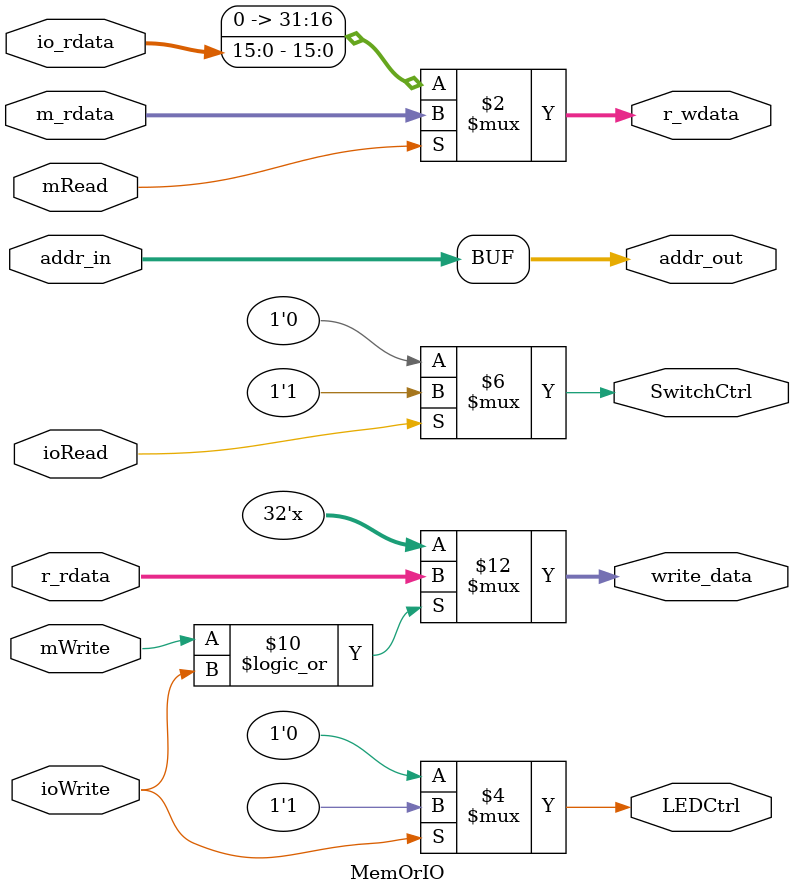
<source format=v>
`timescale 1ns / 1ps


module MemOrIO( mRead, mWrite, ioRead, ioWrite,addr_in, addr_out, m_rdata, io_rdata, r_wdata, r_rdata, write_data, LEDCtrl, SwitchCtrl);
input mRead; // read memory, from Controller
input mWrite; // write memory, from Controller
input ioRead; // read IO, from Controller
input ioWrite; // write IO, from Controller
input[31:0] addr_in; // from alu_result in ALU
output[31:0] addr_out; // address to Data-Memory
input[31:0] m_rdata; // data read from Data-Memory
input[15:0] io_rdata; // data read from IO,16 bits
output[31:0] r_wdata; // data to Decoder(register file)
input[31:0] r_rdata; // data read from Decoder(register file)
output reg[31:0] write_data; // data to memory or I/O£¨m_wdata, io_wdata£©
output LEDCtrl; // LED Chip Select
output SwitchCtrl; // Switch Chip Select
assign addr_out= addr_in;
// The data wirte to register file may be from memory or io. 
// While the data is from io, it should be the lower 16bit of r_wdata. 
assign r_wdata = (mRead == 1)? m_rdata:{16'b0,io_rdata};
// Chip select signal of Led and Switch are all active high;
 assign LEDCtrl = (ioWrite == 1'b1) ? 1'b1 : 1'b0;
  assign SwitchCtrl = (ioRead == 1'b1) ? 1'b1 : 1'b0;
always @* begin
if((mWrite==1)||(ioWrite==1))
//wirte_data could go to either memory or IO. where is it from?
write_data = r_rdata;
else
write_data = 32'hZZZZZZZZ;
end
endmodule

</source>
